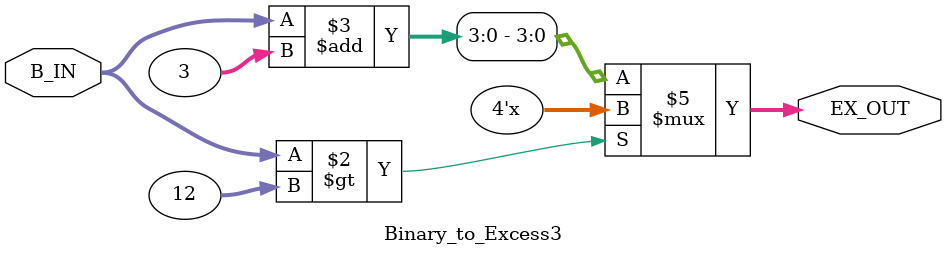
<source format=v>
`timescale 1ns / 1ps

// Author : Venu Pabbuleti 
// ID     : N180116
//Branch  : ECE
//Project Name : RTL design using Verilog
//Design  Nmae : 4 BIT BINARY TO EXCESS3 CODE CONVERTOR
//Module  Nmae : BINARY TO EXCESS3 CODE CONVERTER MAIN DESIGN MODULE
//RGUKT NUZVID 
//////////////////////////////////////////////////////////////////////////////////

module Binary_to_Excess3(B_IN,EX_OUT);
input [3:0]B_IN;
output [3:0]EX_OUT;
reg [3:0]EX_OUT;

always @(B_IN) begin
    if(B_IN>12) begin
        EX_OUT = 4'bxxxx;
        end
     else begin
        EX_OUT = B_IN+3;
        end
end
endmodule

</source>
